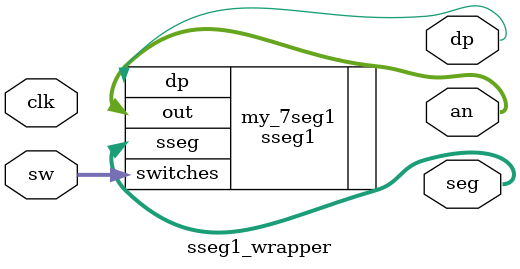
<source format=v>
`timescale 1ns / 1ps


module sseg1_wrapper(
    input [15:0] sw,
    input clk,
    output [3:0] an,
    output dp,
    output [6:0] seg
    );
    
    sseg1 my_7seg1 (
       .switches(sw),
       .out(an),
       .dp(dp),
       .sseg(seg)
    );
    
    
endmodule

</source>
